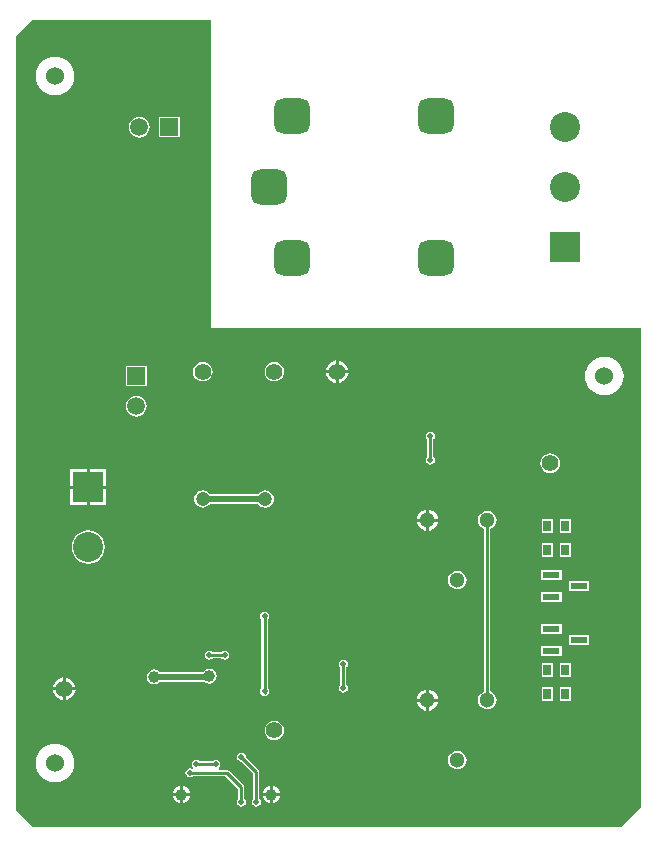
<source format=gbl>
G04*
G04 #@! TF.GenerationSoftware,Altium Limited,Altium Designer,21.6.1 (37)*
G04*
G04 Layer_Physical_Order=2*
G04 Layer_Color=16711680*
%FSLAX25Y25*%
%MOIN*%
G70*
G04*
G04 #@! TF.SameCoordinates,DB9D7466-3DC1-4D53-AB26-96178D206437*
G04*
G04*
G04 #@! TF.FilePolarity,Positive*
G04*
G01*
G75*
%ADD13C,0.01000*%
%ADD17C,0.02000*%
%ADD46R,0.02756X0.03543*%
%ADD51C,0.03937*%
%ADD57R,0.05906X0.05906*%
%ADD58C,0.05906*%
%ADD59C,0.05512*%
%ADD60C,0.05118*%
%ADD61C,0.10000*%
%ADD62R,0.10000X0.10000*%
%ADD63C,0.06000*%
G04:AMPARAMS|DCode=64|XSize=118.11mil|YSize=118.11mil|CornerRadius=29.53mil|HoleSize=0mil|Usage=FLASHONLY|Rotation=0.000|XOffset=0mil|YOffset=0mil|HoleType=Round|Shape=RoundedRectangle|*
%AMROUNDEDRECTD64*
21,1,0.11811,0.05906,0,0,0.0*
21,1,0.05906,0.11811,0,0,0.0*
1,1,0.05906,0.02953,-0.02953*
1,1,0.05906,-0.02953,-0.02953*
1,1,0.05906,-0.02953,0.02953*
1,1,0.05906,0.02953,0.02953*
%
%ADD64ROUNDEDRECTD64*%
%ADD65R,0.05906X0.05906*%
%ADD66C,0.01968*%
%ADD67C,0.04724*%
%ADD68R,0.05709X0.02362*%
G36*
X186000Y290000D02*
X329235D01*
X329235Y130482D01*
X322518Y123765D01*
X126301D01*
X120765Y129301D01*
X120765Y387219D01*
X126301Y392755D01*
X186000D01*
Y290000D01*
D02*
G37*
%LPC*%
G36*
X133858Y380436D02*
X132603Y380313D01*
X131395Y379946D01*
X130282Y379352D01*
X129307Y378551D01*
X128507Y377576D01*
X127912Y376463D01*
X127545Y375256D01*
X127422Y374000D01*
X127545Y372744D01*
X127912Y371537D01*
X128507Y370424D01*
X129307Y369449D01*
X130282Y368648D01*
X131395Y368054D01*
X132603Y367687D01*
X133858Y367564D01*
X135114Y367687D01*
X136321Y368054D01*
X137434Y368648D01*
X138410Y369449D01*
X139210Y370424D01*
X139805Y371537D01*
X140171Y372744D01*
X140295Y374000D01*
X140171Y375256D01*
X139805Y376463D01*
X139210Y377576D01*
X138410Y378551D01*
X137434Y379352D01*
X136321Y379946D01*
X135114Y380313D01*
X133858Y380436D01*
D02*
G37*
G36*
X175453Y360453D02*
X168547D01*
Y353547D01*
X175453D01*
Y360453D01*
D02*
G37*
G36*
X162000Y360483D02*
X161099Y360364D01*
X160259Y360016D01*
X159537Y359462D01*
X158984Y358741D01*
X158636Y357901D01*
X158518Y357000D01*
X158636Y356099D01*
X158984Y355259D01*
X159537Y354538D01*
X160259Y353984D01*
X161099Y353636D01*
X162000Y353518D01*
X162901Y353636D01*
X163741Y353984D01*
X164462Y354538D01*
X165016Y355259D01*
X165364Y356099D01*
X165482Y357000D01*
X165364Y357901D01*
X165016Y358741D01*
X164462Y359462D01*
X163741Y360016D01*
X162901Y360364D01*
X162000Y360483D01*
D02*
G37*
G36*
X228500Y279222D02*
Y276000D01*
X231722D01*
X231659Y276481D01*
X231281Y277394D01*
X230679Y278179D01*
X229894Y278781D01*
X228980Y279159D01*
X228500Y279222D01*
D02*
G37*
G36*
X227500D02*
X227020Y279159D01*
X226106Y278781D01*
X225321Y278179D01*
X224719Y277394D01*
X224341Y276481D01*
X224277Y276000D01*
X227500D01*
Y279222D01*
D02*
G37*
G36*
X207012Y278784D02*
X206162Y278672D01*
X205370Y278344D01*
X204690Y277822D01*
X204168Y277142D01*
X203840Y276350D01*
X203728Y275500D01*
X203840Y274650D01*
X204168Y273858D01*
X204690Y273178D01*
X205370Y272656D01*
X206162Y272328D01*
X207012Y272216D01*
X207862Y272328D01*
X208654Y272656D01*
X209334Y273178D01*
X209856Y273858D01*
X210184Y274650D01*
X210296Y275500D01*
X210184Y276350D01*
X209856Y277142D01*
X209334Y277822D01*
X208654Y278344D01*
X207862Y278672D01*
X207012Y278784D01*
D02*
G37*
G36*
X183146D02*
X182296Y278672D01*
X181504Y278344D01*
X180824Y277822D01*
X180302Y277142D01*
X179974Y276350D01*
X179862Y275500D01*
X179974Y274650D01*
X180302Y273858D01*
X180824Y273178D01*
X181504Y272656D01*
X182296Y272328D01*
X183146Y272216D01*
X183996Y272328D01*
X184788Y272656D01*
X185468Y273178D01*
X185990Y273858D01*
X186318Y274650D01*
X186430Y275500D01*
X186318Y276350D01*
X185990Y277142D01*
X185468Y277822D01*
X184788Y278344D01*
X183996Y278672D01*
X183146Y278784D01*
D02*
G37*
G36*
X231722Y275000D02*
X228500D01*
Y271778D01*
X228980Y271841D01*
X229894Y272219D01*
X230679Y272821D01*
X231281Y273606D01*
X231659Y274519D01*
X231722Y275000D01*
D02*
G37*
G36*
X227500D02*
X224277D01*
X224341Y274519D01*
X224719Y273606D01*
X225321Y272821D01*
X226106Y272219D01*
X227020Y271841D01*
X227500Y271778D01*
Y275000D01*
D02*
G37*
G36*
X164453Y277453D02*
X157547D01*
Y270547D01*
X164453D01*
Y277453D01*
D02*
G37*
G36*
X317000Y280436D02*
X315744Y280313D01*
X314537Y279946D01*
X313424Y279352D01*
X312449Y278551D01*
X311648Y277576D01*
X311053Y276463D01*
X310687Y275256D01*
X310563Y274000D01*
X310687Y272744D01*
X311053Y271537D01*
X311648Y270424D01*
X312449Y269449D01*
X313424Y268648D01*
X314537Y268054D01*
X315744Y267687D01*
X317000Y267564D01*
X318256Y267687D01*
X319463Y268054D01*
X320576Y268648D01*
X321551Y269449D01*
X322352Y270424D01*
X322947Y271537D01*
X323313Y272744D01*
X323436Y274000D01*
X323313Y275256D01*
X322947Y276463D01*
X322352Y277576D01*
X321551Y278551D01*
X320576Y279352D01*
X319463Y279946D01*
X318256Y280313D01*
X317000Y280436D01*
D02*
G37*
G36*
X161000Y267482D02*
X160099Y267364D01*
X159259Y267016D01*
X158537Y266462D01*
X157984Y265741D01*
X157636Y264901D01*
X157518Y264000D01*
X157636Y263099D01*
X157984Y262259D01*
X158537Y261538D01*
X159259Y260984D01*
X160099Y260636D01*
X161000Y260518D01*
X161901Y260636D01*
X162741Y260984D01*
X163462Y261538D01*
X164016Y262259D01*
X164364Y263099D01*
X164482Y264000D01*
X164364Y264901D01*
X164016Y265741D01*
X163462Y266462D01*
X162741Y267016D01*
X161901Y267364D01*
X161000Y267482D01*
D02*
G37*
G36*
X259000Y255513D02*
X258421Y255398D01*
X257930Y255070D01*
X257602Y254579D01*
X257487Y254000D01*
X257602Y253421D01*
X257930Y252930D01*
X257980Y252896D01*
Y247104D01*
X257930Y247070D01*
X257602Y246579D01*
X257487Y246000D01*
X257602Y245421D01*
X257930Y244930D01*
X258421Y244602D01*
X259000Y244487D01*
X259579Y244602D01*
X260070Y244930D01*
X260398Y245421D01*
X260513Y246000D01*
X260398Y246579D01*
X260070Y247070D01*
X260020Y247104D01*
Y252896D01*
X260070Y252930D01*
X260398Y253421D01*
X260513Y254000D01*
X260398Y254579D01*
X260070Y255070D01*
X259579Y255398D01*
X259000Y255513D01*
D02*
G37*
G36*
X299000Y248284D02*
X298150Y248172D01*
X297358Y247844D01*
X296678Y247322D01*
X296156Y246642D01*
X295828Y245850D01*
X295716Y245000D01*
X295828Y244150D01*
X296156Y243358D01*
X296678Y242678D01*
X297358Y242156D01*
X298150Y241828D01*
X299000Y241716D01*
X299850Y241828D01*
X300642Y242156D01*
X301322Y242678D01*
X301844Y243358D01*
X302172Y244150D01*
X302284Y245000D01*
X302172Y245850D01*
X301844Y246642D01*
X301322Y247322D01*
X300642Y247844D01*
X299850Y248172D01*
X299000Y248284D01*
D02*
G37*
G36*
X150953Y243000D02*
X145453D01*
Y237500D01*
X150953D01*
Y243000D01*
D02*
G37*
G36*
X144453D02*
X138953D01*
Y237500D01*
X144453D01*
Y243000D01*
D02*
G37*
G36*
X150953Y236500D02*
X145453D01*
Y231000D01*
X150953D01*
Y236500D01*
D02*
G37*
G36*
X144453D02*
X138953D01*
Y231000D01*
X144453D01*
Y236500D01*
D02*
G37*
G36*
X183146Y235934D02*
X182399Y235836D01*
X181702Y235547D01*
X181104Y235089D01*
X180646Y234491D01*
X180357Y233794D01*
X180259Y233047D01*
X180357Y232300D01*
X180646Y231604D01*
X181104Y231006D01*
X181702Y230547D01*
X182399Y230259D01*
X183146Y230160D01*
X183893Y230259D01*
X184589Y230547D01*
X185187Y231006D01*
X185580Y231518D01*
X201530D01*
X201959Y230959D01*
X202556Y230500D01*
X203253Y230211D01*
X204000Y230113D01*
X204747Y230211D01*
X205443Y230500D01*
X206041Y230959D01*
X206500Y231557D01*
X206788Y232253D01*
X206887Y233000D01*
X206788Y233747D01*
X206500Y234443D01*
X206041Y235041D01*
X205443Y235500D01*
X204747Y235788D01*
X204000Y235887D01*
X203253Y235788D01*
X202556Y235500D01*
X201959Y235041D01*
X201602Y234577D01*
X185580D01*
X185187Y235089D01*
X184589Y235547D01*
X183893Y235836D01*
X183146Y235934D01*
D02*
G37*
G36*
X258500Y229524D02*
Y226500D01*
X261524D01*
X261467Y226929D01*
X261109Y227795D01*
X260538Y228538D01*
X259795Y229109D01*
X258929Y229467D01*
X258500Y229524D01*
D02*
G37*
G36*
X257500D02*
X257071Y229467D01*
X256205Y229109D01*
X255462Y228538D01*
X254891Y227795D01*
X254533Y226929D01*
X254476Y226500D01*
X257500D01*
Y229524D01*
D02*
G37*
G36*
X261524Y225500D02*
X258500D01*
Y222476D01*
X258929Y222533D01*
X259795Y222891D01*
X260538Y223462D01*
X261109Y224205D01*
X261467Y225071D01*
X261524Y225500D01*
D02*
G37*
G36*
X257500D02*
X254476D01*
X254533Y225071D01*
X254891Y224205D01*
X255462Y223462D01*
X256205Y222891D01*
X257071Y222533D01*
X257500Y222476D01*
Y225500D01*
D02*
G37*
G36*
X305831Y226272D02*
X302075D01*
Y221728D01*
X305831D01*
Y226272D01*
D02*
G37*
G36*
X299925D02*
X296169D01*
Y221728D01*
X299925D01*
Y226272D01*
D02*
G37*
G36*
X305831Y218272D02*
X302075D01*
Y213728D01*
X305831D01*
Y218272D01*
D02*
G37*
G36*
X299925D02*
X296169D01*
Y213728D01*
X299925D01*
Y218272D01*
D02*
G37*
G36*
X144953Y222548D02*
X143517Y222358D01*
X142179Y221804D01*
X141030Y220923D01*
X140148Y219774D01*
X139594Y218436D01*
X139405Y217000D01*
X139594Y215564D01*
X140148Y214226D01*
X141030Y213077D01*
X142179Y212196D01*
X143517Y211642D01*
X144953Y211453D01*
X146388Y211642D01*
X147727Y212196D01*
X148875Y213077D01*
X149757Y214226D01*
X150311Y215564D01*
X150500Y217000D01*
X150311Y218436D01*
X149757Y219774D01*
X148875Y220923D01*
X147727Y221804D01*
X146388Y222358D01*
X144953Y222548D01*
D02*
G37*
G36*
X302728Y209421D02*
X296020D01*
Y206059D01*
X302728D01*
Y209421D01*
D02*
G37*
G36*
X268000Y209085D02*
X267201Y208980D01*
X266457Y208672D01*
X265818Y208182D01*
X265328Y207543D01*
X265020Y206799D01*
X264915Y206000D01*
X265020Y205201D01*
X265328Y204457D01*
X265818Y203818D01*
X266457Y203328D01*
X267201Y203020D01*
X268000Y202915D01*
X268799Y203020D01*
X269543Y203328D01*
X270182Y203818D01*
X270672Y204457D01*
X270980Y205201D01*
X271086Y206000D01*
X270980Y206799D01*
X270672Y207543D01*
X270182Y208182D01*
X269543Y208672D01*
X268799Y208980D01*
X268000Y209085D01*
D02*
G37*
G36*
X311980Y205681D02*
X305272D01*
Y202319D01*
X311980D01*
Y205681D01*
D02*
G37*
G36*
X302728Y201941D02*
X296020D01*
Y198579D01*
X302728D01*
Y201941D01*
D02*
G37*
G36*
Y191421D02*
X296020D01*
Y188059D01*
X302728D01*
Y191421D01*
D02*
G37*
G36*
X311980Y187681D02*
X305272D01*
Y184319D01*
X311980D01*
Y187681D01*
D02*
G37*
G36*
X190445Y182450D02*
X189866Y182335D01*
X189375Y182007D01*
X189341Y181957D01*
X186431D01*
X186397Y182007D01*
X185906Y182335D01*
X185327Y182450D01*
X184748Y182335D01*
X184257Y182007D01*
X183929Y181516D01*
X183813Y180937D01*
X183929Y180358D01*
X184257Y179867D01*
X184748Y179539D01*
X185327Y179424D01*
X185906Y179539D01*
X186397Y179867D01*
X186431Y179917D01*
X189341D01*
X189375Y179867D01*
X189866Y179539D01*
X190445Y179424D01*
X191024Y179539D01*
X191515Y179867D01*
X191843Y180358D01*
X191958Y180937D01*
X191843Y181516D01*
X191515Y182007D01*
X191024Y182335D01*
X190445Y182450D01*
D02*
G37*
G36*
X302728Y183941D02*
X296020D01*
Y180579D01*
X302728D01*
Y183941D01*
D02*
G37*
G36*
X185368Y176517D02*
X184405Y176325D01*
X183589Y175780D01*
X183237Y175254D01*
X168947D01*
X168780Y175504D01*
X167963Y176050D01*
X167000Y176241D01*
X166037Y176050D01*
X165220Y175504D01*
X164675Y174688D01*
X164483Y173724D01*
X164675Y172761D01*
X165220Y171945D01*
X166037Y171399D01*
X167000Y171208D01*
X167963Y171399D01*
X168780Y171945D01*
X168947Y172195D01*
X183626D01*
X184405Y171675D01*
X185368Y171483D01*
X186331Y171675D01*
X187148Y172220D01*
X187694Y173037D01*
X187885Y174000D01*
X187694Y174963D01*
X187148Y175780D01*
X186331Y176325D01*
X185368Y176517D01*
D02*
G37*
G36*
X305831Y178272D02*
X302075D01*
Y173728D01*
X305831D01*
Y178272D01*
D02*
G37*
G36*
X299925D02*
X296169D01*
Y173728D01*
X299925D01*
Y178272D01*
D02*
G37*
G36*
X137500Y173554D02*
Y170332D01*
X140723D01*
X140659Y170812D01*
X140281Y171726D01*
X139679Y172510D01*
X138894Y173112D01*
X137980Y173491D01*
X137500Y173554D01*
D02*
G37*
G36*
X136500D02*
X136020Y173491D01*
X135106Y173112D01*
X134321Y172510D01*
X133719Y171726D01*
X133341Y170812D01*
X133277Y170332D01*
X136500D01*
Y173554D01*
D02*
G37*
G36*
X230000Y179513D02*
X229421Y179398D01*
X228930Y179070D01*
X228602Y178579D01*
X228487Y178000D01*
X228602Y177421D01*
X228930Y176930D01*
X228980Y176896D01*
Y171104D01*
X228930Y171070D01*
X228602Y170579D01*
X228487Y170000D01*
X228602Y169421D01*
X228930Y168930D01*
X229421Y168602D01*
X230000Y168487D01*
X230579Y168602D01*
X231070Y168930D01*
X231398Y169421D01*
X231513Y170000D01*
X231398Y170579D01*
X231070Y171070D01*
X231020Y171104D01*
Y176896D01*
X231070Y176930D01*
X231398Y177421D01*
X231513Y178000D01*
X231398Y178579D01*
X231070Y179070D01*
X230579Y179398D01*
X230000Y179513D01*
D02*
G37*
G36*
X203720Y195472D02*
X203141Y195357D01*
X202650Y195029D01*
X202322Y194538D01*
X202206Y193959D01*
X202322Y193379D01*
X202650Y192888D01*
X202700Y192855D01*
Y170104D01*
X202650Y170070D01*
X202322Y169579D01*
X202206Y169000D01*
X202322Y168421D01*
X202650Y167930D01*
X202777Y167844D01*
X202778Y167843D01*
X202999Y167512D01*
X203330Y167291D01*
X203720Y167213D01*
X204110Y167291D01*
X204441Y167512D01*
X204662Y167843D01*
X204662Y167844D01*
X204790Y167930D01*
X205118Y168421D01*
X205233Y169000D01*
X205118Y169579D01*
X204790Y170070D01*
X204739Y170104D01*
Y192855D01*
X204790Y192888D01*
X205118Y193379D01*
X205233Y193959D01*
X205118Y194538D01*
X204790Y195029D01*
X204299Y195357D01*
X203720Y195472D01*
D02*
G37*
G36*
X258500Y169524D02*
Y166500D01*
X261524D01*
X261467Y166929D01*
X261109Y167795D01*
X260538Y168538D01*
X259795Y169109D01*
X258929Y169467D01*
X258500Y169524D01*
D02*
G37*
G36*
X257500D02*
X257071Y169467D01*
X256205Y169109D01*
X255462Y168538D01*
X254891Y167795D01*
X254533Y166929D01*
X254476Y166500D01*
X257500D01*
Y169524D01*
D02*
G37*
G36*
X140723Y169332D02*
X137500D01*
Y166109D01*
X137980Y166172D01*
X138894Y166551D01*
X139679Y167153D01*
X140281Y167937D01*
X140659Y168851D01*
X140723Y169332D01*
D02*
G37*
G36*
X136500D02*
X133277D01*
X133341Y168851D01*
X133719Y167937D01*
X134321Y167153D01*
X135106Y166551D01*
X136020Y166172D01*
X136500Y166109D01*
Y169332D01*
D02*
G37*
G36*
X305831Y170272D02*
X302075D01*
Y165728D01*
X305831D01*
Y170272D01*
D02*
G37*
G36*
X299925D02*
X296169D01*
Y165728D01*
X299925D01*
Y170272D01*
D02*
G37*
G36*
X278000Y229085D02*
X277201Y228980D01*
X276457Y228672D01*
X275818Y228182D01*
X275328Y227543D01*
X275020Y226799D01*
X274915Y226000D01*
X275020Y225201D01*
X275328Y224457D01*
X275818Y223818D01*
X276457Y223328D01*
X276980Y223111D01*
Y168889D01*
X276457Y168672D01*
X275818Y168182D01*
X275328Y167543D01*
X275020Y166799D01*
X274915Y166000D01*
X275020Y165201D01*
X275328Y164457D01*
X275818Y163818D01*
X276457Y163328D01*
X277201Y163020D01*
X278000Y162915D01*
X278799Y163020D01*
X279543Y163328D01*
X280182Y163818D01*
X280672Y164457D01*
X280980Y165201D01*
X281085Y166000D01*
X280980Y166799D01*
X280672Y167543D01*
X280182Y168182D01*
X279543Y168672D01*
X279020Y168889D01*
Y223111D01*
X279543Y223328D01*
X280182Y223818D01*
X280672Y224457D01*
X280980Y225201D01*
X281085Y226000D01*
X280980Y226799D01*
X280672Y227543D01*
X280182Y228182D01*
X279543Y228672D01*
X278799Y228980D01*
X278000Y229085D01*
D02*
G37*
G36*
X261524Y165500D02*
X258500D01*
Y162476D01*
X258929Y162533D01*
X259795Y162891D01*
X260538Y163462D01*
X261109Y164205D01*
X261467Y165071D01*
X261524Y165500D01*
D02*
G37*
G36*
X257500D02*
X254476D01*
X254533Y165071D01*
X254891Y164205D01*
X255462Y163462D01*
X256205Y162891D01*
X257071Y162533D01*
X257500Y162476D01*
Y165500D01*
D02*
G37*
G36*
X207012Y159164D02*
X206162Y159052D01*
X205370Y158724D01*
X204690Y158202D01*
X204168Y157522D01*
X203840Y156730D01*
X203728Y155880D01*
X203840Y155030D01*
X204168Y154238D01*
X204690Y153558D01*
X205370Y153036D01*
X206162Y152708D01*
X207012Y152596D01*
X207862Y152708D01*
X208654Y153036D01*
X209334Y153558D01*
X209856Y154238D01*
X210184Y155030D01*
X210296Y155880D01*
X210184Y156730D01*
X209856Y157522D01*
X209334Y158202D01*
X208654Y158724D01*
X207862Y159052D01*
X207012Y159164D01*
D02*
G37*
G36*
X187500Y146197D02*
X186921Y146081D01*
X186430Y145754D01*
X186396Y145703D01*
X182104D01*
X182070Y145754D01*
X181579Y146081D01*
X181000Y146197D01*
X180421Y146081D01*
X179930Y145754D01*
X179602Y145263D01*
X179487Y144683D01*
X179602Y144104D01*
X179930Y143613D01*
X179985Y143577D01*
X180042Y143448D01*
X179958Y142993D01*
X179815Y142961D01*
X179467Y143193D01*
X178888Y143309D01*
X178309Y143193D01*
X177818Y142865D01*
X177490Y142374D01*
X177375Y141795D01*
X177490Y141216D01*
X177818Y140725D01*
X178309Y140397D01*
X178888Y140282D01*
X179467Y140397D01*
X179958Y140725D01*
X179992Y140776D01*
X190717D01*
X194980Y136513D01*
Y133104D01*
X194930Y133070D01*
X194602Y132579D01*
X194487Y132000D01*
X194602Y131421D01*
X194930Y130930D01*
X195421Y130602D01*
X196000Y130487D01*
X196579Y130602D01*
X197070Y130930D01*
X197398Y131421D01*
X197513Y132000D01*
X197398Y132579D01*
X197070Y133070D01*
X197020Y133104D01*
Y136935D01*
X196942Y137325D01*
X196721Y137656D01*
X191861Y142516D01*
X191530Y142737D01*
X191140Y142815D01*
X188450D01*
X188391Y142897D01*
X188515Y143577D01*
X188570Y143613D01*
X188898Y144104D01*
X189013Y144683D01*
X188898Y145263D01*
X188570Y145754D01*
X188079Y146081D01*
X187500Y146197D01*
D02*
G37*
G36*
X268000Y149085D02*
X267201Y148980D01*
X266457Y148672D01*
X265818Y148182D01*
X265328Y147543D01*
X265020Y146799D01*
X264915Y146000D01*
X265020Y145201D01*
X265328Y144457D01*
X265818Y143818D01*
X266457Y143328D01*
X267201Y143020D01*
X268000Y142915D01*
X268799Y143020D01*
X269543Y143328D01*
X270182Y143818D01*
X270672Y144457D01*
X270980Y145201D01*
X271086Y146000D01*
X270980Y146799D01*
X270672Y147543D01*
X270182Y148182D01*
X269543Y148672D01*
X268799Y148980D01*
X268000Y149085D01*
D02*
G37*
G36*
X133858Y151436D02*
X132603Y151313D01*
X131395Y150947D01*
X130282Y150352D01*
X129307Y149551D01*
X128507Y148576D01*
X127912Y147463D01*
X127545Y146256D01*
X127422Y145000D01*
X127545Y143744D01*
X127912Y142537D01*
X128507Y141424D01*
X129307Y140449D01*
X130282Y139648D01*
X131395Y139053D01*
X132603Y138687D01*
X133858Y138564D01*
X135114Y138687D01*
X136321Y139053D01*
X137434Y139648D01*
X138410Y140449D01*
X139210Y141424D01*
X139805Y142537D01*
X140171Y143744D01*
X140295Y145000D01*
X140171Y146256D01*
X139805Y147463D01*
X139210Y148576D01*
X138410Y149551D01*
X137434Y150352D01*
X136321Y150947D01*
X135114Y151313D01*
X133858Y151436D01*
D02*
G37*
G36*
X176500Y137428D02*
Y135000D01*
X178928D01*
X178892Y135275D01*
X178593Y135997D01*
X178117Y136617D01*
X177497Y137093D01*
X176775Y137392D01*
X176500Y137428D01*
D02*
G37*
G36*
X206500D02*
Y135000D01*
X208928D01*
X208892Y135275D01*
X208593Y135997D01*
X208117Y136617D01*
X207497Y137093D01*
X206775Y137392D01*
X206500Y137428D01*
D02*
G37*
G36*
X205500D02*
X205225Y137392D01*
X204503Y137093D01*
X203883Y136617D01*
X203407Y135997D01*
X203108Y135275D01*
X203072Y135000D01*
X205500D01*
Y137428D01*
D02*
G37*
G36*
X175500D02*
X175225Y137392D01*
X174503Y137093D01*
X173883Y136617D01*
X173407Y135997D01*
X173108Y135275D01*
X173072Y135000D01*
X175500D01*
Y137428D01*
D02*
G37*
G36*
X178928Y134000D02*
X176500D01*
Y131572D01*
X176775Y131608D01*
X177497Y131907D01*
X178117Y132383D01*
X178593Y133003D01*
X178892Y133725D01*
X178928Y134000D01*
D02*
G37*
G36*
X208928D02*
X206500D01*
Y131572D01*
X206775Y131608D01*
X207497Y131907D01*
X208117Y132383D01*
X208593Y133003D01*
X208892Y133725D01*
X208928Y134000D01*
D02*
G37*
G36*
X205500D02*
X203072D01*
X203108Y133725D01*
X203407Y133003D01*
X203883Y132383D01*
X204503Y131907D01*
X205225Y131608D01*
X205500Y131572D01*
Y134000D01*
D02*
G37*
G36*
X175500D02*
X173072D01*
X173108Y133725D01*
X173407Y133003D01*
X173883Y132383D01*
X174503Y131907D01*
X175225Y131608D01*
X175500Y131572D01*
Y134000D01*
D02*
G37*
G36*
X196000Y148513D02*
X195421Y148398D01*
X194930Y148070D01*
X194602Y147579D01*
X194487Y147000D01*
X194602Y146421D01*
X194930Y145930D01*
X195421Y145602D01*
X196000Y145487D01*
X196060Y145499D01*
X199980Y141578D01*
Y133104D01*
X199930Y133070D01*
X199602Y132579D01*
X199487Y132000D01*
X199602Y131421D01*
X199930Y130930D01*
X200421Y130602D01*
X201000Y130487D01*
X201579Y130602D01*
X202070Y130930D01*
X202398Y131421D01*
X202513Y132000D01*
X202398Y132579D01*
X202070Y133070D01*
X202020Y133104D01*
Y142000D01*
X201942Y142390D01*
X201721Y142721D01*
X197502Y146940D01*
X197513Y147000D01*
X197398Y147579D01*
X197070Y148070D01*
X196579Y148398D01*
X196000Y148513D01*
D02*
G37*
%LPD*%
D13*
X185327Y180937D02*
X190445D01*
X203720Y169000D02*
Y193959D01*
Y168233D02*
Y169000D01*
X259000Y246000D02*
Y254000D01*
X278000Y166000D02*
Y226000D01*
X230000Y170000D02*
Y178000D01*
X181000Y144683D02*
X187500D01*
X191140Y141795D02*
X196000Y136935D01*
X178888Y141795D02*
X191140D01*
X196000Y132000D02*
Y136935D01*
Y147000D02*
X201000Y142000D01*
Y132000D02*
Y142000D01*
D17*
X185093Y173724D02*
X185368Y174000D01*
X167000Y173724D02*
X185093D01*
X203953Y233047D02*
X204000Y233000D01*
X183146Y233047D02*
X203953D01*
D46*
X303953Y168000D02*
D03*
X298047D02*
D03*
X303953Y176000D02*
D03*
X298047D02*
D03*
X303953Y216000D02*
D03*
X298047D02*
D03*
X303953Y224000D02*
D03*
X298047D02*
D03*
D51*
X206000Y134500D02*
D03*
X176000D02*
D03*
X185368Y174000D02*
D03*
X167000Y173724D02*
D03*
D57*
X161000Y274000D02*
D03*
D58*
Y264000D02*
D03*
X162000Y357000D02*
D03*
D59*
X183146Y275500D02*
D03*
X299000Y245000D02*
D03*
X207012Y155880D02*
D03*
X137000Y169832D02*
D03*
X228000Y275500D02*
D03*
X207012D02*
D03*
D60*
X268000Y206000D02*
D03*
X278000Y226000D02*
D03*
X258000D02*
D03*
X268000Y146000D02*
D03*
X278000Y166000D02*
D03*
X258000D02*
D03*
D61*
X304000Y357000D02*
D03*
Y337000D02*
D03*
X144953Y217000D02*
D03*
D62*
X304000Y317000D02*
D03*
X144953Y237000D02*
D03*
D63*
X317000Y274000D02*
D03*
X133858Y145000D02*
D03*
Y374000D02*
D03*
D64*
X261016Y360622D02*
D03*
Y313378D02*
D03*
X212984Y360622D02*
D03*
Y313378D02*
D03*
X205110Y337000D02*
D03*
D65*
X172000Y357000D02*
D03*
D66*
X169989Y315000D02*
D03*
X153237Y319139D02*
D03*
X159000Y317740D02*
D03*
X179126Y349142D02*
D03*
X188848Y219000D02*
D03*
X147000Y191701D02*
D03*
X163000Y149802D02*
D03*
X286000Y138582D02*
D03*
X203720Y164122D02*
D03*
X206953Y147865D02*
D03*
X259295Y284000D02*
D03*
X247220Y260347D02*
D03*
X140370Y296688D02*
D03*
X139000Y350000D02*
D03*
X181000Y137000D02*
D03*
X174272Y184942D02*
D03*
X180479Y197729D02*
D03*
X179126Y270886D02*
D03*
X164763Y281000D02*
D03*
X188848Y257831D02*
D03*
X188828Y270346D02*
D03*
X175453Y286000D02*
D03*
X149047Y362351D02*
D03*
X162000Y336000D02*
D03*
Y328000D02*
D03*
X186606Y192700D02*
D03*
X202161Y287566D02*
D03*
X170512Y305000D02*
D03*
X190445Y180937D02*
D03*
X185327D02*
D03*
X203720Y169000D02*
D03*
Y193959D02*
D03*
X190445Y176000D02*
D03*
X193000Y212000D02*
D03*
X183146Y249740D02*
D03*
X259000Y246000D02*
D03*
X187886Y158374D02*
D03*
X188000Y169000D02*
D03*
X244000Y242000D02*
D03*
X230000Y170000D02*
D03*
Y178000D02*
D03*
X187500Y144683D02*
D03*
X195509Y143132D02*
D03*
X178888Y141795D02*
D03*
X181000Y144683D02*
D03*
X150047Y252125D02*
D03*
X170823Y254000D02*
D03*
X221656Y256016D02*
D03*
X202161Y255080D02*
D03*
X135409Y334000D02*
D03*
Y340000D02*
D03*
Y329000D02*
D03*
X145500Y319139D02*
D03*
X164453Y296688D02*
D03*
X259000Y254000D02*
D03*
X176000Y210553D02*
D03*
X210700Y190000D02*
D03*
X282000Y266114D02*
D03*
X263047D02*
D03*
X237784Y235953D02*
D03*
X302000Y234000D02*
D03*
X301000Y204000D02*
D03*
X302000Y160000D02*
D03*
X191532Y158374D02*
D03*
X191000Y137000D02*
D03*
X196000Y147000D02*
D03*
X201000Y132000D02*
D03*
X196000D02*
D03*
X234247Y155880D02*
D03*
X216047Y168000D02*
D03*
D67*
X183146Y233047D02*
D03*
X204000Y233000D02*
D03*
D68*
X299374Y200260D02*
D03*
Y207740D02*
D03*
X308626Y204000D02*
D03*
X299374Y182260D02*
D03*
Y189740D02*
D03*
X308626Y186000D02*
D03*
M02*

</source>
